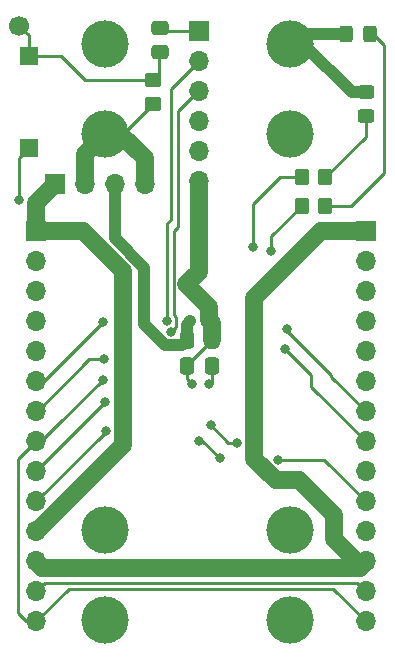
<source format=gbr>
%TF.GenerationSoftware,KiCad,Pcbnew,6.0.6-3a73a75311~116~ubuntu20.04.1*%
%TF.CreationDate,2022-07-15T19:37:52-05:00*%
%TF.ProjectId,Barbones_2xAA_Arduino_v003,42617262-6f6e-4657-935f-327841415f41,rev?*%
%TF.SameCoordinates,Original*%
%TF.FileFunction,Copper,L1,Top*%
%TF.FilePolarity,Positive*%
%FSLAX46Y46*%
G04 Gerber Fmt 4.6, Leading zero omitted, Abs format (unit mm)*
G04 Created by KiCad (PCBNEW 6.0.6-3a73a75311~116~ubuntu20.04.1) date 2022-07-15 19:37:52*
%MOMM*%
%LPD*%
G01*
G04 APERTURE LIST*
G04 Aperture macros list*
%AMRoundRect*
0 Rectangle with rounded corners*
0 $1 Rounding radius*
0 $2 $3 $4 $5 $6 $7 $8 $9 X,Y pos of 4 corners*
0 Add a 4 corners polygon primitive as box body*
4,1,4,$2,$3,$4,$5,$6,$7,$8,$9,$2,$3,0*
0 Add four circle primitives for the rounded corners*
1,1,$1+$1,$2,$3*
1,1,$1+$1,$4,$5*
1,1,$1+$1,$6,$7*
1,1,$1+$1,$8,$9*
0 Add four rect primitives between the rounded corners*
20,1,$1+$1,$2,$3,$4,$5,0*
20,1,$1+$1,$4,$5,$6,$7,0*
20,1,$1+$1,$6,$7,$8,$9,0*
20,1,$1+$1,$8,$9,$2,$3,0*%
G04 Aperture macros list end*
%TA.AperFunction,ComponentPad*%
%ADD10R,1.700000X1.700000*%
%TD*%
%TA.AperFunction,ComponentPad*%
%ADD11O,1.700000X1.700000*%
%TD*%
%TA.AperFunction,ComponentPad*%
%ADD12C,1.700000*%
%TD*%
%TA.AperFunction,SMDPad,CuDef*%
%ADD13R,1.500000X1.500000*%
%TD*%
%TA.AperFunction,SMDPad,CuDef*%
%ADD14RoundRect,0.250000X-0.350000X-0.450000X0.350000X-0.450000X0.350000X0.450000X-0.350000X0.450000X0*%
%TD*%
%TA.AperFunction,SMDPad,CuDef*%
%ADD15RoundRect,0.250000X-0.450000X0.325000X-0.450000X-0.325000X0.450000X-0.325000X0.450000X0.325000X0*%
%TD*%
%TA.AperFunction,SMDPad,CuDef*%
%ADD16RoundRect,0.250000X-0.475000X0.337500X-0.475000X-0.337500X0.475000X-0.337500X0.475000X0.337500X0*%
%TD*%
%TA.AperFunction,SMDPad,CuDef*%
%ADD17RoundRect,0.250000X0.450000X-0.350000X0.450000X0.350000X-0.450000X0.350000X-0.450000X-0.350000X0*%
%TD*%
%TA.AperFunction,SMDPad,CuDef*%
%ADD18RoundRect,0.250000X-0.337500X-0.475000X0.337500X-0.475000X0.337500X0.475000X-0.337500X0.475000X0*%
%TD*%
%TA.AperFunction,SMDPad,CuDef*%
%ADD19RoundRect,0.250000X0.337500X0.475000X-0.337500X0.475000X-0.337500X-0.475000X0.337500X-0.475000X0*%
%TD*%
%TA.AperFunction,ComponentPad*%
%ADD20C,4.000000*%
%TD*%
%TA.AperFunction,SMDPad,CuDef*%
%ADD21RoundRect,0.250000X-0.325000X-0.450000X0.325000X-0.450000X0.325000X0.450000X-0.325000X0.450000X0*%
%TD*%
%TA.AperFunction,ViaPad*%
%ADD22C,0.800000*%
%TD*%
%TA.AperFunction,Conductor*%
%ADD23C,0.250000*%
%TD*%
%TA.AperFunction,Conductor*%
%ADD24C,1.500000*%
%TD*%
%TA.AperFunction,Conductor*%
%ADD25C,1.000000*%
%TD*%
G04 APERTURE END LIST*
D10*
%TO.P,J3,1,Pin_1*%
%TO.N,GND*%
X193065000Y-68580000D03*
D11*
%TO.P,J3,2,Pin_2*%
%TO.N,D5*%
X193065000Y-71120000D03*
%TO.P,J3,3,Pin_3*%
%TO.N,D7*%
X193065000Y-73660000D03*
%TO.P,J3,4,Pin_4*%
%TO.N,D9*%
X193065000Y-76200000D03*
%TO.P,J3,5,Pin_5*%
%TO.N,D10{slash}SS*%
X193065000Y-78740000D03*
%TO.P,J3,6,Pin_6*%
%TO.N,D11{slash}MOSI*%
X193065000Y-81280000D03*
%TO.P,J3,7,Pin_7*%
%TO.N,D6*%
X193065000Y-83820000D03*
%TO.P,J3,8,Pin_8*%
%TO.N,D8*%
X193065000Y-86360000D03*
%TO.P,J3,9,Pin_9*%
%TO.N,A0*%
X193065000Y-88900000D03*
%TO.P,J3,10,Pin_10*%
%TO.N,A1*%
X193065000Y-91440000D03*
%TO.P,J3,11,Pin_11*%
%TO.N,VCC_shield*%
X193065000Y-93980000D03*
%TO.P,J3,12,Pin_12*%
%TO.N,GND*%
X193065000Y-96520000D03*
%TO.P,J3,13,Pin_13*%
%TO.N,A5{slash}SCL*%
X193065000Y-99060000D03*
%TO.P,J3,14,Pin_14*%
%TO.N,A4{slash}SDA*%
X193065000Y-101600000D03*
%TD*%
D10*
%TO.P,J4,1,Pin_1*%
%TO.N,VCC_shield*%
X166700000Y-64575000D03*
D11*
%TO.P,J4,2,Pin_2*%
%TO.N,VCC*%
X169240000Y-64575000D03*
%TO.P,J4,3,Pin_3*%
%TO.N,VCC_mcu*%
X171780000Y-64575000D03*
%TO.P,J4,4,Pin_4*%
%TO.N,VCC*%
X174320000Y-64575000D03*
%TD*%
D10*
%TO.P,J1,1,Pin_1*%
%TO.N,DTR*%
X178950000Y-51600000D03*
D11*
%TO.P,J1,2,Pin_2*%
%TO.N,D1{slash}TXD*%
X178950000Y-54140000D03*
%TO.P,J1,3,Pin_3*%
%TO.N,D0{slash}RXD*%
X178950000Y-56680000D03*
%TO.P,J1,4,Pin_4*%
%TO.N,VCC*%
X178950000Y-59220000D03*
%TO.P,J1,5,Pin_5*%
%TO.N,unconnected-(J1-Pad5)*%
X178950000Y-61760000D03*
%TO.P,J1,6,Pin_6*%
%TO.N,GND*%
X178950000Y-64300000D03*
%TD*%
D12*
%TO.P,J5,1,Pin_1*%
%TO.N,RESET*%
X163720000Y-51170000D03*
%TD*%
D13*
%TO.P,SW2,1,1*%
%TO.N,GND*%
X164490000Y-61490000D03*
%TO.P,SW2,2,2*%
%TO.N,RESET*%
X164490000Y-53690000D03*
%TD*%
D14*
%TO.P,R2,1*%
%TO.N,D20*%
X187600000Y-64000000D03*
%TO.P,R2,2*%
%TO.N,Net-(D1-Pad2)*%
X189600000Y-64000000D03*
%TD*%
D15*
%TO.P,D1,1,K*%
%TO.N,GND*%
X193040000Y-56795000D03*
%TO.P,D1,2,A*%
%TO.N,Net-(D1-Pad2)*%
X193040000Y-58845000D03*
%TD*%
D16*
%TO.P,C1,1*%
%TO.N,DTR*%
X175580000Y-51352500D03*
%TO.P,C1,2*%
%TO.N,RESET*%
X175580000Y-53427500D03*
%TD*%
D10*
%TO.P,J2,1,Pin_1*%
%TO.N,VCC_shield*%
X165125000Y-68580000D03*
D11*
%TO.P,J2,2,Pin_2*%
%TO.N,D4*%
X165125000Y-71120000D03*
%TO.P,J2,3,Pin_3*%
%TO.N,D3*%
X165125000Y-73660000D03*
%TO.P,J2,4,Pin_4*%
%TO.N,D13{slash}SCK*%
X165125000Y-76200000D03*
%TO.P,J2,5,Pin_5*%
%TO.N,D12{slash}MISO*%
X165125000Y-78740000D03*
%TO.P,J2,6,Pin_6*%
%TO.N,D2{slash}INT0*%
X165125000Y-81280000D03*
%TO.P,J2,7,Pin_7*%
%TO.N,A5{slash}SCL*%
X165125000Y-83820000D03*
%TO.P,J2,8,Pin_8*%
%TO.N,A4{slash}SDA*%
X165125000Y-86360000D03*
%TO.P,J2,9,Pin_9*%
%TO.N,A3*%
X165125000Y-88900000D03*
%TO.P,J2,10,Pin_10*%
%TO.N,A2*%
X165125000Y-91440000D03*
%TO.P,J2,11,Pin_11*%
%TO.N,VCC_shield*%
X165125000Y-93980000D03*
%TO.P,J2,12,Pin_12*%
%TO.N,GND*%
X165125000Y-96520000D03*
%TO.P,J2,13,Pin_13*%
%TO.N,A5{slash}SCL*%
X165125000Y-99060000D03*
%TO.P,J2,14,Pin_14*%
%TO.N,A4{slash}SDA*%
X165125000Y-101600000D03*
%TD*%
D17*
%TO.P,R1,1*%
%TO.N,VCC*%
X175040000Y-57770000D03*
%TO.P,R1,2*%
%TO.N,RESET*%
X175040000Y-55770000D03*
%TD*%
D18*
%TO.P,C3,1*%
%TO.N,GND*%
X177912500Y-79950000D03*
%TO.P,C3,2*%
%TO.N,AREF*%
X179987500Y-79950000D03*
%TD*%
D14*
%TO.P,R5,1*%
%TO.N,D21*%
X187600000Y-66400000D03*
%TO.P,R5,2*%
%TO.N,Net-(D2-Pad2)*%
X189600000Y-66400000D03*
%TD*%
D19*
%TO.P,C4,1*%
%TO.N,GND*%
X179987500Y-77800000D03*
%TO.P,C4,2*%
%TO.N,VCC_mcu*%
X177912500Y-77800000D03*
%TD*%
D20*
%TO.P,U2,1,Plus1*%
%TO.N,VCC*%
X170965000Y-52685000D03*
%TO.P,U2,2,Plus2*%
X170965000Y-60305000D03*
%TO.P,U2,3,Minus1*%
%TO.N,Net-(U1-Pad1)*%
X170965000Y-101455000D03*
%TO.P,U2,4,Minus2*%
%TO.N,unconnected-(U2-Pad4)*%
X170965000Y-93835000D03*
%TD*%
%TO.P,U1,1,Plus1*%
%TO.N,Net-(U1-Pad1)*%
X186585000Y-101455000D03*
%TO.P,U1,2,Plus2*%
%TO.N,unconnected-(U1-Pad2)*%
X186585000Y-93835000D03*
%TO.P,U1,3,Minus1*%
%TO.N,GND*%
X186585000Y-52685000D03*
%TO.P,U1,4,Minus2*%
X186585000Y-60305000D03*
%TD*%
D21*
%TO.P,D2,1,K*%
%TO.N,GND*%
X191387500Y-51840000D03*
%TO.P,D2,2,A*%
%TO.N,Net-(D2-Pad2)*%
X193437500Y-51840000D03*
%TD*%
D22*
%TO.N,AREF*%
X179800000Y-81500000D03*
%TO.N,D0{slash}RXD*%
X176510103Y-77113517D03*
%TO.N,D1{slash}TXD*%
X176233676Y-76141725D03*
%TO.N,D20*%
X183500000Y-69900000D03*
%TO.N,D21*%
X185000000Y-70200000D03*
%TO.N,D6*%
X186340000Y-76870000D03*
%TO.N,D8*%
X186230000Y-78530000D03*
%TO.N,A0*%
X182100000Y-86500000D03*
X179900000Y-85000000D03*
%TO.N,A1*%
X180700000Y-87800000D03*
X178900000Y-86300000D03*
X185590000Y-87895500D03*
%TO.N,A2*%
X171040000Y-85460000D03*
%TO.N,A3*%
X170970000Y-83030000D03*
%TO.N,A4{slash}SDA*%
X170780000Y-81120000D03*
%TO.N,A5{slash}SCL*%
X170910000Y-79420000D03*
%TO.N,D2{slash}INT0*%
X170830000Y-76220000D03*
%TO.N,GND*%
X179781288Y-76104908D03*
X163649500Y-65880000D03*
X177850000Y-73050000D03*
X178300000Y-81500000D03*
%TO.N,VCC_mcu*%
X178200000Y-76200000D03*
%TD*%
D23*
%TO.N,DTR*%
X175827500Y-51475000D02*
X175827500Y-51600000D01*
X175827500Y-51600000D02*
X178950000Y-51600000D01*
%TO.N,RESET*%
X175560000Y-53467500D02*
X175550000Y-53457500D01*
X175560000Y-55250000D02*
X175560000Y-53467500D01*
X175040000Y-55770000D02*
X169290000Y-55770000D01*
X169290000Y-55770000D02*
X167210000Y-53690000D01*
X175040000Y-55770000D02*
X175560000Y-55250000D01*
X164490000Y-53690000D02*
X164490000Y-51940000D01*
X167210000Y-53690000D02*
X164490000Y-53690000D01*
X164490000Y-51940000D02*
X163720000Y-51170000D01*
%TO.N,AREF*%
X179987500Y-81312500D02*
X179800000Y-81500000D01*
X179987500Y-79950000D02*
X179987500Y-81312500D01*
%TO.N,D0{slash}RXD*%
X178870000Y-56680000D02*
X178950000Y-56680000D01*
X176958187Y-75841622D02*
X176775481Y-75658916D01*
X177130000Y-68190000D02*
X177130000Y-58420000D01*
X176510103Y-77113517D02*
X176958187Y-76665433D01*
X176775481Y-68544519D02*
X177130000Y-68190000D01*
X176958187Y-76665433D02*
X176958187Y-75841622D01*
X176775481Y-75658916D02*
X176775481Y-68544519D01*
X177130000Y-58420000D02*
X178870000Y-56680000D01*
%TO.N,D1{slash}TXD*%
X176530000Y-67590000D02*
X176530000Y-56530000D01*
X176530000Y-56530000D02*
X178920000Y-54140000D01*
X176233676Y-67886324D02*
X176530000Y-67590000D01*
X178920000Y-54140000D02*
X178950000Y-54140000D01*
X176233676Y-76141725D02*
X176233676Y-67886324D01*
%TO.N,D20*%
X183500000Y-66300000D02*
X185800000Y-64000000D01*
X183500000Y-69900000D02*
X183500000Y-66300000D01*
X185800000Y-64000000D02*
X187600000Y-64000000D01*
%TO.N,D21*%
X185000000Y-69000000D02*
X187600000Y-66400000D01*
X185000000Y-70200000D02*
X185000000Y-69000000D01*
%TO.N,D6*%
X190100000Y-80740500D02*
X190100000Y-80880000D01*
X186340000Y-76980500D02*
X190100000Y-80740500D01*
X186340000Y-76870000D02*
X186340000Y-76980500D01*
X190100000Y-80880000D02*
X193040000Y-83820000D01*
%TO.N,D8*%
X188400000Y-80700000D02*
X188400000Y-81720000D01*
X186230000Y-78530000D02*
X188400000Y-80700000D01*
X188400000Y-81720000D02*
X193040000Y-86360000D01*
%TO.N,A0*%
X181400000Y-86500000D02*
X182100000Y-86500000D01*
X179900000Y-85000000D02*
X181400000Y-86500000D01*
%TO.N,A1*%
X179200000Y-86300000D02*
X180700000Y-87800000D01*
X185590000Y-87895500D02*
X189520500Y-87895500D01*
X178900000Y-86300000D02*
X179200000Y-86300000D01*
X189520500Y-87895500D02*
X193065000Y-91440000D01*
%TO.N,A2*%
X171040000Y-85460000D02*
X171040000Y-85525000D01*
X171040000Y-85525000D02*
X165125000Y-91440000D01*
%TO.N,A3*%
X170970000Y-83030000D02*
X170970000Y-83055000D01*
X170970000Y-83055000D02*
X165125000Y-88900000D01*
%TO.N,A4{slash}SDA*%
X170760000Y-81120000D02*
X166900000Y-84980000D01*
X163600000Y-87885000D02*
X163600000Y-100900000D01*
X166900000Y-85000000D02*
X165540000Y-86360000D01*
X166900000Y-84980000D02*
X166900000Y-85000000D01*
X163600000Y-100900000D02*
X164300000Y-101600000D01*
X165125000Y-86360000D02*
X163600000Y-87885000D01*
X167905000Y-98820000D02*
X190285000Y-98820000D01*
X193040000Y-101575000D02*
X193040000Y-101600000D01*
X190285000Y-98820000D02*
X193040000Y-101575000D01*
X164300000Y-101600000D02*
X165125000Y-101600000D01*
X165540000Y-86360000D02*
X165125000Y-86360000D01*
X165125000Y-101600000D02*
X167905000Y-98820000D01*
X170780000Y-81120000D02*
X170760000Y-81120000D01*
%TO.N,A5{slash}SCL*%
X165855000Y-98330000D02*
X192310000Y-98330000D01*
X165125000Y-99060000D02*
X165855000Y-98330000D01*
X170910000Y-79420000D02*
X169650000Y-79420000D01*
X192310000Y-98330000D02*
X193040000Y-99060000D01*
X165250000Y-83820000D02*
X165125000Y-83820000D01*
X169650000Y-79420000D02*
X165250000Y-83820000D01*
%TO.N,D2{slash}INT0*%
X165770000Y-81280000D02*
X165125000Y-81280000D01*
X170830000Y-76220000D02*
X165770000Y-81280000D01*
%TO.N,VCC*%
X175040000Y-57770000D02*
X172505000Y-60305000D01*
D24*
X172265000Y-60305000D02*
X172105000Y-60305000D01*
D23*
X172505000Y-60305000D02*
X172105000Y-60305000D01*
D24*
X170965000Y-60125000D02*
X171000000Y-60090000D01*
X174320000Y-62360000D02*
X172265000Y-60305000D01*
X170965000Y-60305000D02*
X170965000Y-60125000D01*
X174320000Y-64575000D02*
X174320000Y-62360000D01*
X169240000Y-62030000D02*
X170965000Y-60305000D01*
X169240000Y-64575000D02*
X169240000Y-62030000D01*
D23*
X172105000Y-60305000D02*
X170965000Y-60305000D01*
D24*
%TO.N,GND*%
X165125000Y-96520000D02*
X165645000Y-97040000D01*
D23*
X177912500Y-79875000D02*
X179987500Y-77800000D01*
D24*
X192545000Y-97040000D02*
X193065000Y-96520000D01*
X177850000Y-73050000D02*
X178880000Y-72020000D01*
X179781288Y-76104908D02*
X179781288Y-74981288D01*
X178880000Y-72020000D02*
X178880000Y-64370000D01*
D23*
X177912500Y-79950000D02*
X177912500Y-79875000D01*
D24*
X190360000Y-94590000D02*
X192140000Y-96370000D01*
D23*
X177912500Y-81112500D02*
X178300000Y-81500000D01*
D24*
X165645000Y-97040000D02*
X192545000Y-97040000D01*
D25*
X193040000Y-56795000D02*
X191855000Y-56795000D01*
D24*
X190360000Y-92590000D02*
X190360000Y-94590000D01*
X193065000Y-68580000D02*
X189270000Y-68580000D01*
X189270000Y-68580000D02*
X183590000Y-74260000D01*
D23*
X193065000Y-96520000D02*
X191620000Y-96520000D01*
D24*
X179987500Y-77800000D02*
X179987500Y-76311120D01*
D23*
X163650000Y-62330000D02*
X164490000Y-61490000D01*
D24*
X187420000Y-89650000D02*
X190360000Y-92590000D01*
D23*
X177912500Y-79950000D02*
X177912500Y-81112500D01*
D24*
X185420000Y-89650000D02*
X187420000Y-89650000D01*
X179781288Y-74981288D02*
X177850000Y-73050000D01*
X178880000Y-64370000D02*
X178950000Y-64300000D01*
D25*
X187440000Y-51830000D02*
X186585000Y-52685000D01*
D23*
X179987500Y-76311120D02*
X179781288Y-76104908D01*
X163650000Y-65879500D02*
X163650000Y-62330000D01*
D25*
X191855000Y-56795000D02*
X187745000Y-52685000D01*
D24*
X183590000Y-74260000D02*
X183590000Y-87820000D01*
X183590000Y-87820000D02*
X185420000Y-89650000D01*
D25*
X191377500Y-51830000D02*
X187440000Y-51830000D01*
X191387500Y-51840000D02*
X191377500Y-51830000D01*
X187745000Y-52685000D02*
X186585000Y-52685000D01*
D23*
X163649500Y-65880000D02*
X163650000Y-65879500D01*
%TO.N,Net-(D1-Pad2)*%
X193040000Y-58845000D02*
X193040000Y-60560000D01*
X193040000Y-60560000D02*
X189600000Y-64000000D01*
%TO.N,Net-(D2-Pad2)*%
X193437500Y-51840000D02*
X193615000Y-51840000D01*
X189600000Y-66400000D02*
X191800000Y-66400000D01*
X191800000Y-66400000D02*
X194600000Y-63600000D01*
X194600000Y-63600000D02*
X194600000Y-52825000D01*
X193615000Y-51840000D02*
X194600000Y-52825000D01*
D24*
%TO.N,VCC_shield*%
X166700000Y-64575000D02*
X165120000Y-66155000D01*
X172520000Y-71970000D02*
X169130000Y-68580000D01*
X165125000Y-93980000D02*
X165230000Y-93980000D01*
X172520000Y-86690000D02*
X172520000Y-71970000D01*
X165230000Y-93980000D02*
X172520000Y-86690000D01*
X169130000Y-68580000D02*
X165125000Y-68580000D01*
X165120000Y-66470000D02*
X165125000Y-66475000D01*
X165120000Y-66155000D02*
X165120000Y-66470000D01*
D23*
X167720000Y-68580000D02*
X165125000Y-68580000D01*
D24*
X165125000Y-66475000D02*
X165125000Y-68580000D01*
D25*
%TO.N,VCC_mcu*%
X174300000Y-76458358D02*
X174300000Y-71650000D01*
X177912500Y-77800000D02*
X177912500Y-76487500D01*
X176054670Y-78213028D02*
X174300000Y-76458358D01*
X177912500Y-76487500D02*
X178200000Y-76200000D01*
X177499472Y-78213028D02*
X176054670Y-78213028D01*
X174300000Y-71650000D02*
X171780000Y-69130000D01*
X171780000Y-69130000D02*
X171780000Y-64575000D01*
X177912500Y-77800000D02*
X177499472Y-78213028D01*
%TD*%
M02*

</source>
